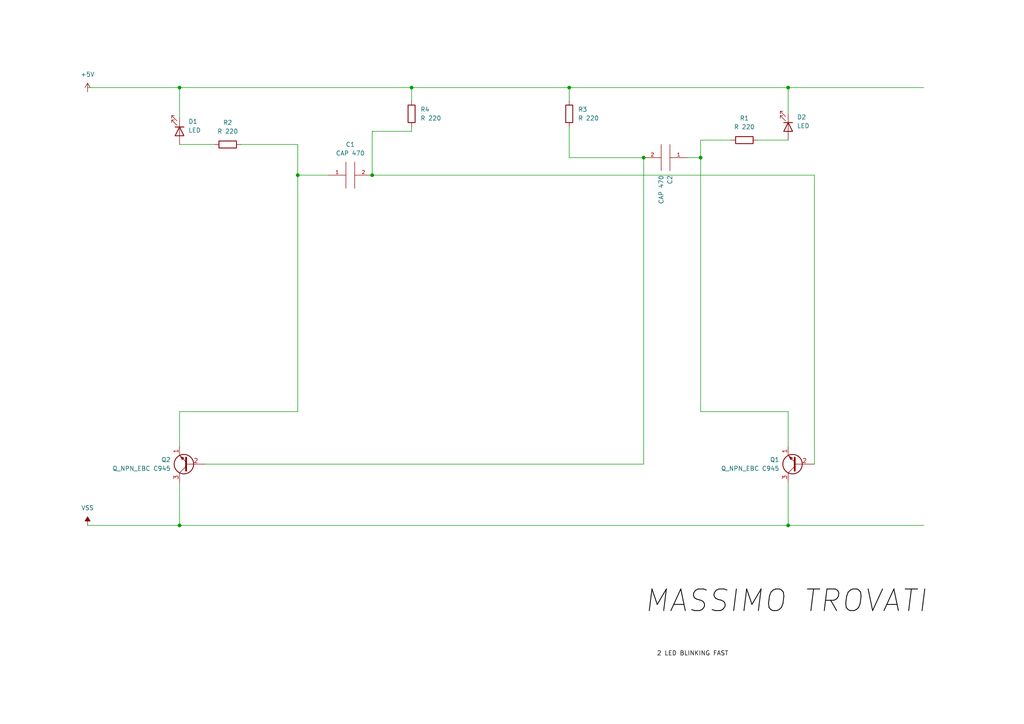
<source format=kicad_sch>
(kicad_sch (version 20211123) (generator eeschema)
  (paper "A4")
  (lib_symbols
    (symbol "Device:LED" (pin_numbers hide) (pin_names (offset 1.016) hide)
      (property "Reference" "D" (at 0 2.54 0))
      (property "Value" "LED" (at 0 -2.54 0))
      (symbol "LED_0_1"
        (polyline (pts (xy -1.27 -1.27) (xy -1.27 1.27)) (stroke (width 0.254)))
        (polyline (pts (xy -1.27 0) (xy 1.27 0)))
        (polyline (pts (xy 1.27 -1.27) (xy 1.27 1.27) (xy -1.27 0) (xy 1.27 -1.27)) (stroke (width 0.254)))
        (polyline (pts (xy -3.048 -0.762) (xy -4.572 -2.286) (xy -3.81 -2.286) (xy -4.572 -2.286) (xy -4.572 -1.524)))
        (polyline (pts (xy -1.778 -0.762) (xy -3.302 -2.286) (xy -2.54 -2.286) (xy -3.302 -2.286) (xy -3.302 -1.524)))
      )
      (symbol "LED_1_1"
        (pin passive line (at -3.81 0 0) (length 2.54) (name "K") (number "1"))
        (pin passive line (at 3.81 0 180) (length 2.54) (name "A") (number "2"))
      )
    )
    (symbol "Device:Q_NPN_EBC" (pin_names (offset 0) hide)
      (property "Reference" "Q" (at 5.08 1.27 0))
      (property "Value" "Q_NPN_EBC" (at 5.08 -1.27 0))
      (symbol "Q_NPN_EBC_0_1"
        (polyline (pts (xy 0.635 0.635) (xy 2.54 2.54)))
        (polyline (pts (xy 0.635 -0.635) (xy 2.54 -2.54) (xy 2.54 -2.54)))
        (polyline (pts (xy 0.635 1.905) (xy 0.635 -1.905) (xy 0.635 -1.905)) (stroke (width 0.508)))
        (polyline (pts (xy 1.27 -1.778) (xy 1.778 -1.27) (xy 2.286 -2.286) (xy 1.27 -1.778) (xy 1.27 -1.778)) (fill (type outline)))
        (circle (center 1.27 0) (radius 2.8194) (stroke (width 0.254)))
      )
      (symbol "Q_NPN_EBC_1_1"
        (pin passive line (at 2.54 -5.08 90) (length 2.54) (name "E") (number "1"))
        (pin passive line (at -5.08 0 0) (length 5.715) (name "B") (number "2"))
        (pin passive line (at 2.54 5.08 270) (length 2.54) (name "C") (number "3"))
      )
    )
    (symbol "Device:R" (pin_numbers hide) (pin_names (offset 0))
      (property "Reference" "R" (at 2.032 0 90))
      (property "Value" "R" (at 0 0 90))
      (symbol "R_0_1"
        (rectangle (start -1.016 -2.54) (end 1.016 2.54) (stroke (width 0.254)))
      )
      (symbol "R_1_1"
        (pin passive line (at 0 3.81 270) (length 1.27) (name "~") (number "1"))
        (pin passive line (at 0 -3.81 90) (length 1.27) (name "~") (number "2"))
      )
    )
    (symbol "power:+5V" (power) (pin_names (offset 0))
      (property "Value" "+5V" (at 0 3.556 0))
      (symbol "+5V_0_1"
        (polyline (pts (xy -0.762 1.27) (xy 0 2.54)))
        (polyline (pts (xy 0 0) (xy 0 2.54)))
        (polyline (pts (xy 0 2.54) (xy 0.762 1.27)))
      )
      (symbol "+5V_1_1"
        (pin power_in line (at 0 0 90) (length 0) hide (name "+5V") (number "1"))
      )
    )
    (symbol "power:VSS" (power) (pin_names (offset 0))
      (property "Value" "VSS" (at 0 3.81 0))
      (symbol "VSS_0_1"
        (polyline (pts (xy 0 0) (xy 0 2.54)))
        (polyline (pts (xy 0.762 1.27) (xy -0.762 1.27) (xy 0 2.54) (xy 0.762 1.27)) (fill (type outline)))
      )
      (symbol "VSS_1_1"
        (pin power_in line (at 0 0 90) (length 0) hide (name "VSS") (number "1"))
      )
    )
    (symbol "pspice:CAP" (pin_names (offset 0.254))
      (property "Reference" "C" (at 2.54 3.81 90))
      (property "Value" "CAP" (at 2.54 -3.81 90))
      (symbol "CAP_0_1"
        (polyline (pts (xy -3.81 -1.27) (xy 3.81 -1.27)))
        (polyline (pts (xy -3.81 1.27) (xy 3.81 1.27)))
      )
      (symbol "CAP_1_1"
        (pin passive line (at 0 6.35 270) (length 5.08) (name "~") (number "1"))
        (pin passive line (at 0 -6.35 90) (length 5.08) (name "~") (number "2"))
      )
    )
  )
  (junction (at 86.36 50.8))
  (junction (at 228.6 25.4))
  (junction (at 52.07 25.4))
  (junction (at 107.95 50.8))
  (junction (at 186.69 45.72))
  (junction (at 165.1 25.4))
  (junction (at 119.38 25.4))
  (junction (at 228.6 152.4))
  (junction (at 52.07 152.4))
  (junction (at 203.2 45.72))
  (wire (pts (xy 25.4 152.4) (xy 52.07 152.4)))
  (wire (pts (xy 228.6 129.54) (xy 228.6 119.38)))
  (wire (pts (xy 203.2 40.64) (xy 212.09 40.64)))
  (wire (pts (xy 228.6 25.4) (xy 228.6 33.02)))
  (wire (pts (xy 52.07 119.38) (xy 86.36 119.38)))
  (wire (pts (xy 203.2 45.72) (xy 203.2 119.38)))
  (wire (pts (xy 228.6 139.7) (xy 228.6 152.4)))
  (wire (pts (xy 203.2 119.38) (xy 228.6 119.38)))
  (wire (pts (xy 62.23 41.91) (xy 52.07 41.91)))
  (wire (pts (xy 86.36 41.91) (xy 86.36 50.8)))
  (wire (pts (xy 186.69 45.72) (xy 165.1 45.72)))
  (wire (pts (xy 236.22 134.62) (xy 236.22 50.8)))
  (wire (pts (xy 186.69 134.62) (xy 59.69 134.62)))
  (wire (pts (xy 52.07 129.54) (xy 52.07 119.38)))
  (wire (pts (xy 228.6 25.4) (xy 267.97 25.4)))
  (wire (pts (xy 86.36 50.8) (xy 86.36 119.38)))
  (wire (pts (xy 228.6 152.4) (xy 267.97 152.4)))
  (wire (pts (xy 219.71 40.64) (xy 228.6 40.64)))
  (wire (pts (xy 52.07 139.7) (xy 52.07 152.4)))
  (wire (pts (xy 165.1 25.4) (xy 228.6 25.4)))
  (wire (pts (xy 119.38 25.4) (xy 165.1 25.4)))
  (wire (pts (xy 25.4 25.4) (xy 52.07 25.4)))
  (wire (pts (xy 119.38 36.83) (xy 119.38 38.1)))
  (wire (pts (xy 52.07 25.4) (xy 52.07 34.29)))
  (wire (pts (xy 199.39 45.72) (xy 203.2 45.72)))
  (wire (pts (xy 165.1 36.83) (xy 165.1 45.72)))
  (wire (pts (xy 165.1 25.4) (xy 165.1 29.21)))
  (wire (pts (xy 107.95 50.8) (xy 107.95 38.1)))
  (wire (pts (xy 69.85 41.91) (xy 86.36 41.91)))
  (wire (pts (xy 52.07 152.4) (xy 228.6 152.4)))
  (wire (pts (xy 236.22 50.8) (xy 107.95 50.8)))
  (wire (pts (xy 86.36 50.8) (xy 95.25 50.8)))
  (wire (pts (xy 52.07 25.4) (xy 119.38 25.4)))
  (wire (pts (xy 107.95 38.1) (xy 119.38 38.1)))
  (wire (pts (xy 203.2 40.64) (xy 203.2 45.72)))
  (wire (pts (xy 119.38 25.4) (xy 119.38 29.21)))
  (wire (pts (xy 186.69 45.72) (xy 186.69 134.62)))
  (label "MASSIMO TROVATI" (at 186.69 179.07 0) (effects (font (size 6.27 6.27) (thickness 0.254) bold italic)))
  (label "2 LED BLINKING FAST" (at 190.5 190.5 0))
  (symbol (lib_id "Device:R") (at 66.04 41.91 270) (unit 1)
    (property "Reference" "R2" (at 66.04 35.56 90))
    (property "Value" "R 220" (at 66.04 38.1 90))
  )
  (symbol (lib_id "pspice:CAP") (at 101.6 50.8 90) (unit 1)
    (property "Reference" "C1" (at 101.6 41.91 90))
    (property "Value" "CAP 470" (at 101.6 44.45 90))
  )
  (symbol (lib_id "Device:LED") (at 52.07 38.1 270) (unit 1)
    (property "Reference" "D1" (at 54.61 35.2424 90) (effects (justify left)))
    (property "Value" "LED" (at 54.61 37.7824 90) (effects (justify left)))
  )
  (symbol (lib_id "Device:Q_NPN_EBC") (at 231.14 134.62 180) (unit 1)
    (property "Reference" "Q1" (at 226.06 133.3499 0) (effects (justify left)))
    (property "Value" "Q_NPN_EBC C945" (at 226.06 135.8899 0) (effects (justify left)))
  )
  (symbol (lib_id "Device:R") (at 165.1 33.02 0) (unit 1)
    (property "Reference" "R3" (at 167.64 31.7499 0) (effects (justify left)))
    (property "Value" "R 220" (at 167.64 34.2899 0) (effects (justify left)))
  )
  (symbol (lib_id "pspice:CAP") (at 193.04 45.72 270) (unit 1)
    (property "Reference" "C2" (at 194.3101 50.8 0) (effects (justify left)))
    (property "Value" "CAP 470" (at 191.7701 50.8 0) (effects (justify left)))
  )
  (symbol (lib_id "Device:LED") (at 228.6 36.83 270) (unit 1)
    (property "Reference" "D2" (at 231.14 33.9724 90) (effects (justify left)))
    (property "Value" "LED" (at 231.14 36.5124 90) (effects (justify left)))
  )
  (symbol (lib_id "power:+5V") (at 25.4 26.67 0) (unit 1)
    (property "Reference" "#PWR?" (effects hide))
    (property "Value" "+5V" (at 25.4 21.59 0))
  )
  (symbol (lib_id "Device:R") (at 119.38 33.02 0) (unit 1)
    (property "Reference" "R4" (at 121.92 31.7499 0) (effects (justify left)))
    (property "Value" "R 220" (at 121.92 34.2899 0) (effects (justify left)))
  )
  (symbol (lib_id "power:VSS") (at 25.4 152.4 0) (unit 1)
    (property "Reference" "#PWR?" (effects hide))
    (property "Value" "VSS" (at 25.4 147.32 0))
  )
  (symbol (lib_id "Device:Q_NPN_EBC") (at 54.61 134.62 180) (unit 1)
    (property "Reference" "Q2" (at 49.53 133.3499 0) (effects (justify left)))
    (property "Value" "Q_NPN_EBC C945" (at 49.53 135.8899 0) (effects (justify left)))
  )
  (symbol (lib_id "Device:R") (at 215.9 40.64 90) (unit 1)
    (property "Reference" "R1" (at 215.9 34.29 90))
    (property "Value" "R 220" (at 215.9 36.83 90))
  )
)
</source>
